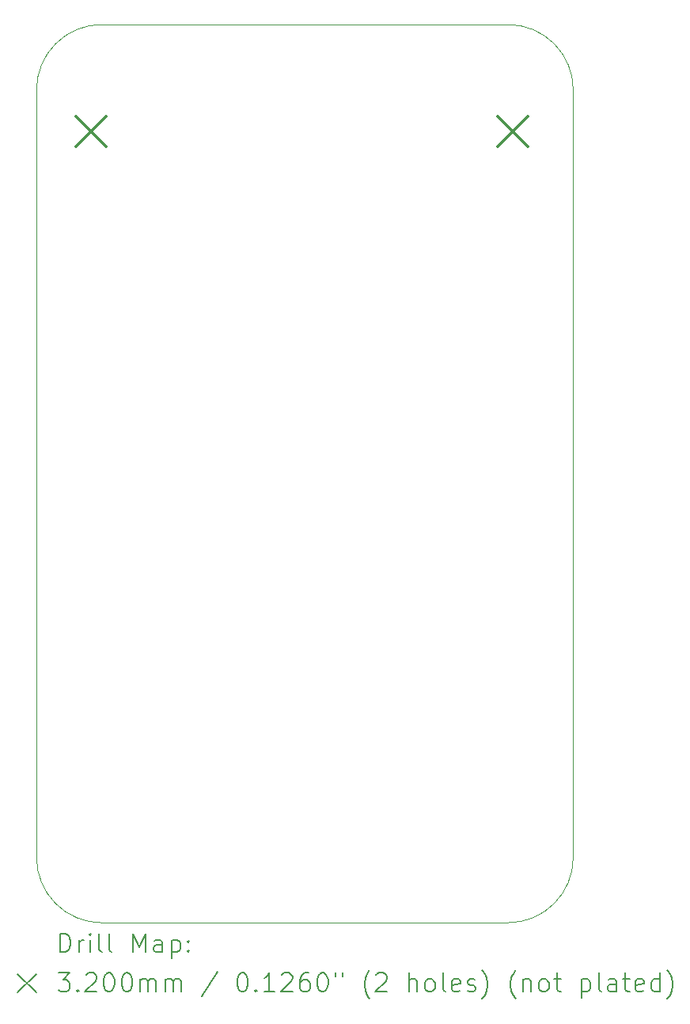
<source format=gbr>
%FSLAX45Y45*%
G04 Gerber Fmt 4.5, Leading zero omitted, Abs format (unit mm)*
G04 Created by KiCad (PCBNEW (6.0.4)) date 2022-12-31 00:26:05*
%MOMM*%
%LPD*%
G01*
G04 APERTURE LIST*
%TA.AperFunction,Profile*%
%ADD10C,0.100000*%
%TD*%
%ADD11C,0.200000*%
%ADD12C,0.320000*%
G04 APERTURE END LIST*
D10*
X14682590Y-2476500D02*
G75*
G03*
X13984086Y-1778000I-698500J0D01*
G01*
X8939414Y-10682086D02*
G75*
G03*
X9637914Y-11380586I698496J-4D01*
G01*
X9637914Y-1778000D02*
X13984086Y-1778000D01*
X13984086Y-11380586D02*
G75*
G03*
X14682586Y-10682086I0J698500D01*
G01*
X8939414Y-10682086D02*
X8939414Y-2476500D01*
X13984086Y-11380586D02*
X9637914Y-11380586D01*
X14682586Y-2476500D02*
X14682586Y-10682086D01*
X9637914Y-1778004D02*
G75*
G03*
X8939414Y-2476500I-4J-698496D01*
G01*
D11*
D12*
X9365000Y-2761000D02*
X9685000Y-3081000D01*
X9685000Y-2761000D02*
X9365000Y-3081000D01*
X13873500Y-2761000D02*
X14193500Y-3081000D01*
X14193500Y-2761000D02*
X13873500Y-3081000D01*
D11*
X9192033Y-11696062D02*
X9192033Y-11496062D01*
X9239652Y-11496062D01*
X9268224Y-11505586D01*
X9287271Y-11524633D01*
X9296795Y-11543681D01*
X9306319Y-11581776D01*
X9306319Y-11610348D01*
X9296795Y-11648443D01*
X9287271Y-11667491D01*
X9268224Y-11686538D01*
X9239652Y-11696062D01*
X9192033Y-11696062D01*
X9392033Y-11696062D02*
X9392033Y-11562729D01*
X9392033Y-11600824D02*
X9401557Y-11581776D01*
X9411081Y-11572252D01*
X9430128Y-11562729D01*
X9449176Y-11562729D01*
X9515843Y-11696062D02*
X9515843Y-11562729D01*
X9515843Y-11496062D02*
X9506319Y-11505586D01*
X9515843Y-11515110D01*
X9525366Y-11505586D01*
X9515843Y-11496062D01*
X9515843Y-11515110D01*
X9639652Y-11696062D02*
X9620605Y-11686538D01*
X9611081Y-11667491D01*
X9611081Y-11496062D01*
X9744414Y-11696062D02*
X9725366Y-11686538D01*
X9715843Y-11667491D01*
X9715843Y-11496062D01*
X9972986Y-11696062D02*
X9972986Y-11496062D01*
X10039652Y-11638919D01*
X10106319Y-11496062D01*
X10106319Y-11696062D01*
X10287271Y-11696062D02*
X10287271Y-11591300D01*
X10277747Y-11572252D01*
X10258700Y-11562729D01*
X10220605Y-11562729D01*
X10201557Y-11572252D01*
X10287271Y-11686538D02*
X10268224Y-11696062D01*
X10220605Y-11696062D01*
X10201557Y-11686538D01*
X10192033Y-11667491D01*
X10192033Y-11648443D01*
X10201557Y-11629395D01*
X10220605Y-11619872D01*
X10268224Y-11619872D01*
X10287271Y-11610348D01*
X10382509Y-11562729D02*
X10382509Y-11762729D01*
X10382509Y-11572252D02*
X10401557Y-11562729D01*
X10439652Y-11562729D01*
X10458700Y-11572252D01*
X10468224Y-11581776D01*
X10477747Y-11600824D01*
X10477747Y-11657967D01*
X10468224Y-11677014D01*
X10458700Y-11686538D01*
X10439652Y-11696062D01*
X10401557Y-11696062D01*
X10382509Y-11686538D01*
X10563462Y-11677014D02*
X10572986Y-11686538D01*
X10563462Y-11696062D01*
X10553938Y-11686538D01*
X10563462Y-11677014D01*
X10563462Y-11696062D01*
X10563462Y-11572252D02*
X10572986Y-11581776D01*
X10563462Y-11591300D01*
X10553938Y-11581776D01*
X10563462Y-11572252D01*
X10563462Y-11591300D01*
X8734414Y-11925586D02*
X8934414Y-12125586D01*
X8934414Y-11925586D02*
X8734414Y-12125586D01*
X9172986Y-11916062D02*
X9296795Y-11916062D01*
X9230128Y-11992252D01*
X9258700Y-11992252D01*
X9277747Y-12001776D01*
X9287271Y-12011300D01*
X9296795Y-12030348D01*
X9296795Y-12077967D01*
X9287271Y-12097014D01*
X9277747Y-12106538D01*
X9258700Y-12116062D01*
X9201557Y-12116062D01*
X9182509Y-12106538D01*
X9172986Y-12097014D01*
X9382509Y-12097014D02*
X9392033Y-12106538D01*
X9382509Y-12116062D01*
X9372986Y-12106538D01*
X9382509Y-12097014D01*
X9382509Y-12116062D01*
X9468224Y-11935110D02*
X9477747Y-11925586D01*
X9496795Y-11916062D01*
X9544414Y-11916062D01*
X9563462Y-11925586D01*
X9572986Y-11935110D01*
X9582509Y-11954157D01*
X9582509Y-11973205D01*
X9572986Y-12001776D01*
X9458700Y-12116062D01*
X9582509Y-12116062D01*
X9706319Y-11916062D02*
X9725366Y-11916062D01*
X9744414Y-11925586D01*
X9753938Y-11935110D01*
X9763462Y-11954157D01*
X9772986Y-11992252D01*
X9772986Y-12039872D01*
X9763462Y-12077967D01*
X9753938Y-12097014D01*
X9744414Y-12106538D01*
X9725366Y-12116062D01*
X9706319Y-12116062D01*
X9687271Y-12106538D01*
X9677747Y-12097014D01*
X9668224Y-12077967D01*
X9658700Y-12039872D01*
X9658700Y-11992252D01*
X9668224Y-11954157D01*
X9677747Y-11935110D01*
X9687271Y-11925586D01*
X9706319Y-11916062D01*
X9896795Y-11916062D02*
X9915843Y-11916062D01*
X9934890Y-11925586D01*
X9944414Y-11935110D01*
X9953938Y-11954157D01*
X9963462Y-11992252D01*
X9963462Y-12039872D01*
X9953938Y-12077967D01*
X9944414Y-12097014D01*
X9934890Y-12106538D01*
X9915843Y-12116062D01*
X9896795Y-12116062D01*
X9877747Y-12106538D01*
X9868224Y-12097014D01*
X9858700Y-12077967D01*
X9849176Y-12039872D01*
X9849176Y-11992252D01*
X9858700Y-11954157D01*
X9868224Y-11935110D01*
X9877747Y-11925586D01*
X9896795Y-11916062D01*
X10049176Y-12116062D02*
X10049176Y-11982729D01*
X10049176Y-12001776D02*
X10058700Y-11992252D01*
X10077747Y-11982729D01*
X10106319Y-11982729D01*
X10125366Y-11992252D01*
X10134890Y-12011300D01*
X10134890Y-12116062D01*
X10134890Y-12011300D02*
X10144414Y-11992252D01*
X10163462Y-11982729D01*
X10192033Y-11982729D01*
X10211081Y-11992252D01*
X10220605Y-12011300D01*
X10220605Y-12116062D01*
X10315843Y-12116062D02*
X10315843Y-11982729D01*
X10315843Y-12001776D02*
X10325366Y-11992252D01*
X10344414Y-11982729D01*
X10372986Y-11982729D01*
X10392033Y-11992252D01*
X10401557Y-12011300D01*
X10401557Y-12116062D01*
X10401557Y-12011300D02*
X10411081Y-11992252D01*
X10430128Y-11982729D01*
X10458700Y-11982729D01*
X10477747Y-11992252D01*
X10487271Y-12011300D01*
X10487271Y-12116062D01*
X10877747Y-11906538D02*
X10706319Y-12163681D01*
X11134890Y-11916062D02*
X11153938Y-11916062D01*
X11172986Y-11925586D01*
X11182509Y-11935110D01*
X11192033Y-11954157D01*
X11201557Y-11992252D01*
X11201557Y-12039872D01*
X11192033Y-12077967D01*
X11182509Y-12097014D01*
X11172986Y-12106538D01*
X11153938Y-12116062D01*
X11134890Y-12116062D01*
X11115843Y-12106538D01*
X11106319Y-12097014D01*
X11096795Y-12077967D01*
X11087271Y-12039872D01*
X11087271Y-11992252D01*
X11096795Y-11954157D01*
X11106319Y-11935110D01*
X11115843Y-11925586D01*
X11134890Y-11916062D01*
X11287271Y-12097014D02*
X11296795Y-12106538D01*
X11287271Y-12116062D01*
X11277747Y-12106538D01*
X11287271Y-12097014D01*
X11287271Y-12116062D01*
X11487271Y-12116062D02*
X11372985Y-12116062D01*
X11430128Y-12116062D02*
X11430128Y-11916062D01*
X11411081Y-11944633D01*
X11392033Y-11963681D01*
X11372985Y-11973205D01*
X11563462Y-11935110D02*
X11572985Y-11925586D01*
X11592033Y-11916062D01*
X11639652Y-11916062D01*
X11658700Y-11925586D01*
X11668224Y-11935110D01*
X11677747Y-11954157D01*
X11677747Y-11973205D01*
X11668224Y-12001776D01*
X11553938Y-12116062D01*
X11677747Y-12116062D01*
X11849176Y-11916062D02*
X11811081Y-11916062D01*
X11792033Y-11925586D01*
X11782509Y-11935110D01*
X11763462Y-11963681D01*
X11753938Y-12001776D01*
X11753938Y-12077967D01*
X11763462Y-12097014D01*
X11772985Y-12106538D01*
X11792033Y-12116062D01*
X11830128Y-12116062D01*
X11849176Y-12106538D01*
X11858700Y-12097014D01*
X11868224Y-12077967D01*
X11868224Y-12030348D01*
X11858700Y-12011300D01*
X11849176Y-12001776D01*
X11830128Y-11992252D01*
X11792033Y-11992252D01*
X11772985Y-12001776D01*
X11763462Y-12011300D01*
X11753938Y-12030348D01*
X11992033Y-11916062D02*
X12011081Y-11916062D01*
X12030128Y-11925586D01*
X12039652Y-11935110D01*
X12049176Y-11954157D01*
X12058700Y-11992252D01*
X12058700Y-12039872D01*
X12049176Y-12077967D01*
X12039652Y-12097014D01*
X12030128Y-12106538D01*
X12011081Y-12116062D01*
X11992033Y-12116062D01*
X11972985Y-12106538D01*
X11963462Y-12097014D01*
X11953938Y-12077967D01*
X11944414Y-12039872D01*
X11944414Y-11992252D01*
X11953938Y-11954157D01*
X11963462Y-11935110D01*
X11972985Y-11925586D01*
X11992033Y-11916062D01*
X12134890Y-11916062D02*
X12134890Y-11954157D01*
X12211081Y-11916062D02*
X12211081Y-11954157D01*
X12506319Y-12192252D02*
X12496795Y-12182729D01*
X12477747Y-12154157D01*
X12468224Y-12135110D01*
X12458700Y-12106538D01*
X12449176Y-12058919D01*
X12449176Y-12020824D01*
X12458700Y-11973205D01*
X12468224Y-11944633D01*
X12477747Y-11925586D01*
X12496795Y-11897014D01*
X12506319Y-11887491D01*
X12572985Y-11935110D02*
X12582509Y-11925586D01*
X12601557Y-11916062D01*
X12649176Y-11916062D01*
X12668224Y-11925586D01*
X12677747Y-11935110D01*
X12687271Y-11954157D01*
X12687271Y-11973205D01*
X12677747Y-12001776D01*
X12563462Y-12116062D01*
X12687271Y-12116062D01*
X12925366Y-12116062D02*
X12925366Y-11916062D01*
X13011081Y-12116062D02*
X13011081Y-12011300D01*
X13001557Y-11992252D01*
X12982509Y-11982729D01*
X12953938Y-11982729D01*
X12934890Y-11992252D01*
X12925366Y-12001776D01*
X13134890Y-12116062D02*
X13115843Y-12106538D01*
X13106319Y-12097014D01*
X13096795Y-12077967D01*
X13096795Y-12020824D01*
X13106319Y-12001776D01*
X13115843Y-11992252D01*
X13134890Y-11982729D01*
X13163462Y-11982729D01*
X13182509Y-11992252D01*
X13192033Y-12001776D01*
X13201557Y-12020824D01*
X13201557Y-12077967D01*
X13192033Y-12097014D01*
X13182509Y-12106538D01*
X13163462Y-12116062D01*
X13134890Y-12116062D01*
X13315843Y-12116062D02*
X13296795Y-12106538D01*
X13287271Y-12087491D01*
X13287271Y-11916062D01*
X13468224Y-12106538D02*
X13449176Y-12116062D01*
X13411081Y-12116062D01*
X13392033Y-12106538D01*
X13382509Y-12087491D01*
X13382509Y-12011300D01*
X13392033Y-11992252D01*
X13411081Y-11982729D01*
X13449176Y-11982729D01*
X13468224Y-11992252D01*
X13477747Y-12011300D01*
X13477747Y-12030348D01*
X13382509Y-12049395D01*
X13553938Y-12106538D02*
X13572985Y-12116062D01*
X13611081Y-12116062D01*
X13630128Y-12106538D01*
X13639652Y-12087491D01*
X13639652Y-12077967D01*
X13630128Y-12058919D01*
X13611081Y-12049395D01*
X13582509Y-12049395D01*
X13563462Y-12039872D01*
X13553938Y-12020824D01*
X13553938Y-12011300D01*
X13563462Y-11992252D01*
X13582509Y-11982729D01*
X13611081Y-11982729D01*
X13630128Y-11992252D01*
X13706319Y-12192252D02*
X13715843Y-12182729D01*
X13734890Y-12154157D01*
X13744414Y-12135110D01*
X13753938Y-12106538D01*
X13763462Y-12058919D01*
X13763462Y-12020824D01*
X13753938Y-11973205D01*
X13744414Y-11944633D01*
X13734890Y-11925586D01*
X13715843Y-11897014D01*
X13706319Y-11887491D01*
X14068224Y-12192252D02*
X14058700Y-12182729D01*
X14039652Y-12154157D01*
X14030128Y-12135110D01*
X14020604Y-12106538D01*
X14011081Y-12058919D01*
X14011081Y-12020824D01*
X14020604Y-11973205D01*
X14030128Y-11944633D01*
X14039652Y-11925586D01*
X14058700Y-11897014D01*
X14068224Y-11887491D01*
X14144414Y-11982729D02*
X14144414Y-12116062D01*
X14144414Y-12001776D02*
X14153938Y-11992252D01*
X14172985Y-11982729D01*
X14201557Y-11982729D01*
X14220604Y-11992252D01*
X14230128Y-12011300D01*
X14230128Y-12116062D01*
X14353938Y-12116062D02*
X14334890Y-12106538D01*
X14325366Y-12097014D01*
X14315843Y-12077967D01*
X14315843Y-12020824D01*
X14325366Y-12001776D01*
X14334890Y-11992252D01*
X14353938Y-11982729D01*
X14382509Y-11982729D01*
X14401557Y-11992252D01*
X14411081Y-12001776D01*
X14420604Y-12020824D01*
X14420604Y-12077967D01*
X14411081Y-12097014D01*
X14401557Y-12106538D01*
X14382509Y-12116062D01*
X14353938Y-12116062D01*
X14477747Y-11982729D02*
X14553938Y-11982729D01*
X14506319Y-11916062D02*
X14506319Y-12087491D01*
X14515843Y-12106538D01*
X14534890Y-12116062D01*
X14553938Y-12116062D01*
X14772985Y-11982729D02*
X14772985Y-12182729D01*
X14772985Y-11992252D02*
X14792033Y-11982729D01*
X14830128Y-11982729D01*
X14849176Y-11992252D01*
X14858700Y-12001776D01*
X14868224Y-12020824D01*
X14868224Y-12077967D01*
X14858700Y-12097014D01*
X14849176Y-12106538D01*
X14830128Y-12116062D01*
X14792033Y-12116062D01*
X14772985Y-12106538D01*
X14982509Y-12116062D02*
X14963462Y-12106538D01*
X14953938Y-12087491D01*
X14953938Y-11916062D01*
X15144414Y-12116062D02*
X15144414Y-12011300D01*
X15134890Y-11992252D01*
X15115843Y-11982729D01*
X15077747Y-11982729D01*
X15058700Y-11992252D01*
X15144414Y-12106538D02*
X15125366Y-12116062D01*
X15077747Y-12116062D01*
X15058700Y-12106538D01*
X15049176Y-12087491D01*
X15049176Y-12068443D01*
X15058700Y-12049395D01*
X15077747Y-12039872D01*
X15125366Y-12039872D01*
X15144414Y-12030348D01*
X15211081Y-11982729D02*
X15287271Y-11982729D01*
X15239652Y-11916062D02*
X15239652Y-12087491D01*
X15249176Y-12106538D01*
X15268224Y-12116062D01*
X15287271Y-12116062D01*
X15430128Y-12106538D02*
X15411081Y-12116062D01*
X15372985Y-12116062D01*
X15353938Y-12106538D01*
X15344414Y-12087491D01*
X15344414Y-12011300D01*
X15353938Y-11992252D01*
X15372985Y-11982729D01*
X15411081Y-11982729D01*
X15430128Y-11992252D01*
X15439652Y-12011300D01*
X15439652Y-12030348D01*
X15344414Y-12049395D01*
X15611081Y-12116062D02*
X15611081Y-11916062D01*
X15611081Y-12106538D02*
X15592033Y-12116062D01*
X15553938Y-12116062D01*
X15534890Y-12106538D01*
X15525366Y-12097014D01*
X15515843Y-12077967D01*
X15515843Y-12020824D01*
X15525366Y-12001776D01*
X15534890Y-11992252D01*
X15553938Y-11982729D01*
X15592033Y-11982729D01*
X15611081Y-11992252D01*
X15687271Y-12192252D02*
X15696795Y-12182729D01*
X15715843Y-12154157D01*
X15725366Y-12135110D01*
X15734890Y-12106538D01*
X15744414Y-12058919D01*
X15744414Y-12020824D01*
X15734890Y-11973205D01*
X15725366Y-11944633D01*
X15715843Y-11925586D01*
X15696795Y-11897014D01*
X15687271Y-11887491D01*
M02*

</source>
